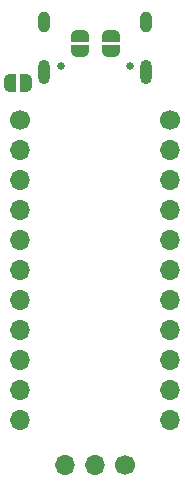
<source format=gbr>
%TF.GenerationSoftware,KiCad,Pcbnew,8.0.3*%
%TF.CreationDate,2024-08-17T22:20:40+01:00*%
%TF.ProjectId,TSSOP_Board,5453534f-505f-4426-9f61-72642e6b6963,rev?*%
%TF.SameCoordinates,Original*%
%TF.FileFunction,Soldermask,Bot*%
%TF.FilePolarity,Negative*%
%FSLAX46Y46*%
G04 Gerber Fmt 4.6, Leading zero omitted, Abs format (unit mm)*
G04 Created by KiCad (PCBNEW 8.0.3) date 2024-08-17 22:20:40*
%MOMM*%
%LPD*%
G01*
G04 APERTURE LIST*
G04 Aperture macros list*
%AMFreePoly0*
4,1,19,0.500000,-0.750000,0.000000,-0.750000,0.000000,-0.744911,-0.071157,-0.744911,-0.207708,-0.704816,-0.327430,-0.627875,-0.420627,-0.520320,-0.479746,-0.390866,-0.500000,-0.250000,-0.500000,0.250000,-0.479746,0.390866,-0.420627,0.520320,-0.327430,0.627875,-0.207708,0.704816,-0.071157,0.744911,0.000000,0.744911,0.000000,0.750000,0.500000,0.750000,0.500000,-0.750000,0.500000,-0.750000,
$1*%
%AMFreePoly1*
4,1,19,0.000000,0.744911,0.071157,0.744911,0.207708,0.704816,0.327430,0.627875,0.420627,0.520320,0.479746,0.390866,0.500000,0.250000,0.500000,-0.250000,0.479746,-0.390866,0.420627,-0.520320,0.327430,-0.627875,0.207708,-0.704816,0.071157,-0.744911,0.000000,-0.744911,0.000000,-0.750000,-0.500000,-0.750000,-0.500000,0.750000,0.000000,0.750000,0.000000,0.744911,0.000000,0.744911,
$1*%
G04 Aperture macros list end*
%ADD10C,0.650000*%
%ADD11O,1.000000X2.100000*%
%ADD12O,1.000000X1.800000*%
%ADD13C,1.700000*%
%ADD14O,1.700000X1.700000*%
%ADD15FreePoly0,180.000000*%
%ADD16FreePoly1,180.000000*%
%ADD17FreePoly0,270.000000*%
%ADD18FreePoly1,270.000000*%
G04 APERTURE END LIST*
D10*
%TO.C,J1*%
X121000000Y-51280000D03*
X115220000Y-51280000D03*
D11*
X122430000Y-51800000D03*
D12*
X122430000Y-47600000D03*
D11*
X113790000Y-51800000D03*
D12*
X113790000Y-47600000D03*
%TD*%
D13*
%TO.C,J3*%
X124460000Y-55880000D03*
D14*
X124460000Y-58420000D03*
X124460000Y-60960000D03*
X124460000Y-63500000D03*
X124460000Y-66040000D03*
X124460000Y-68580000D03*
X124460000Y-71120000D03*
X124460000Y-73660000D03*
X124460000Y-76200000D03*
X124460000Y-78740000D03*
X124460000Y-81280000D03*
%TD*%
D13*
%TO.C,J4*%
X120635000Y-85115000D03*
D14*
X118095000Y-85115000D03*
X115555001Y-85115000D03*
%TD*%
%TO.C,J2*%
X111760000Y-81280000D03*
X111760000Y-78740000D03*
X111760000Y-76200000D03*
X111760000Y-73660000D03*
X111760000Y-71120000D03*
X111760000Y-68580000D03*
X111760000Y-66040000D03*
X111760000Y-63500000D03*
X111760000Y-60960000D03*
X111760000Y-58420000D03*
D13*
X111760000Y-55880000D03*
%TD*%
D15*
%TO.C,JP1*%
X112199999Y-52750000D03*
D16*
X110900001Y-52750000D03*
%TD*%
D17*
%TO.C,JP2*%
X119400000Y-48765001D03*
D18*
X119400000Y-50064999D03*
%TD*%
D17*
%TO.C,JP3*%
X116800000Y-48765001D03*
D18*
X116800000Y-50064999D03*
%TD*%
M02*

</source>
